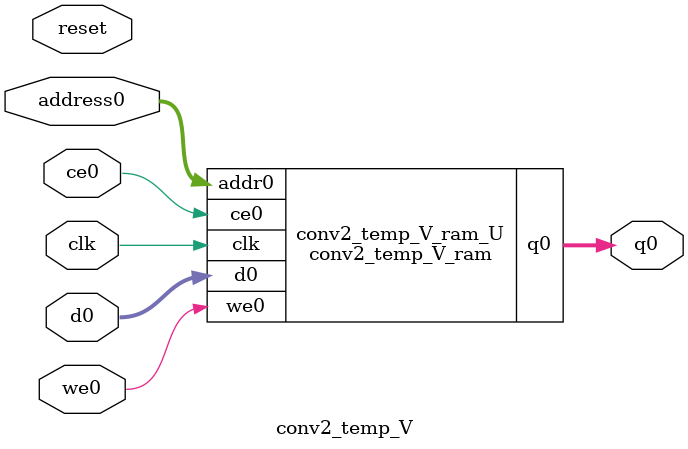
<source format=v>
`timescale 1 ns / 1 ps
module conv2_temp_V_ram (addr0, ce0, d0, we0, q0,  clk);

parameter DWIDTH = 8;
parameter AWIDTH = 11;
parameter MEM_SIZE = 1568;

input[AWIDTH-1:0] addr0;
input ce0;
input[DWIDTH-1:0] d0;
input we0;
output reg[DWIDTH-1:0] q0;
input clk;

(* ram_style = "block" *)reg [DWIDTH-1:0] ram[0:MEM_SIZE-1];




always @(posedge clk)  
begin 
    if (ce0) begin
        if (we0) 
            ram[addr0] <= d0; 
        q0 <= ram[addr0];
    end
end


endmodule

`timescale 1 ns / 1 ps
module conv2_temp_V(
    reset,
    clk,
    address0,
    ce0,
    we0,
    d0,
    q0);

parameter DataWidth = 32'd8;
parameter AddressRange = 32'd1568;
parameter AddressWidth = 32'd11;
input reset;
input clk;
input[AddressWidth - 1:0] address0;
input ce0;
input we0;
input[DataWidth - 1:0] d0;
output[DataWidth - 1:0] q0;



conv2_temp_V_ram conv2_temp_V_ram_U(
    .clk( clk ),
    .addr0( address0 ),
    .ce0( ce0 ),
    .we0( we0 ),
    .d0( d0 ),
    .q0( q0 ));

endmodule


</source>
